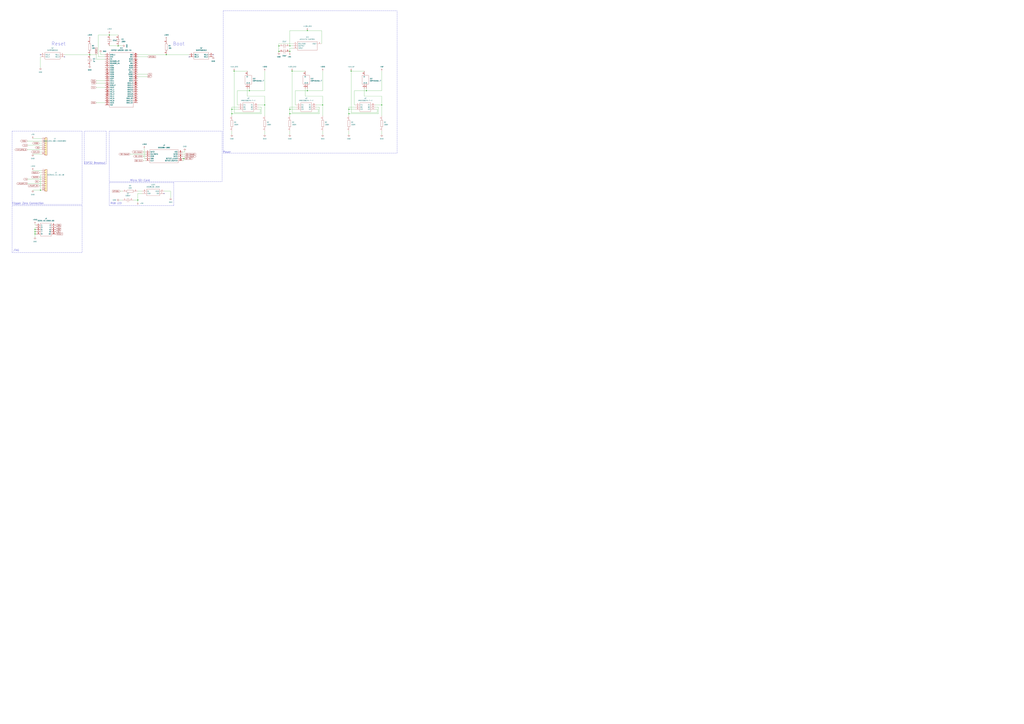
<source format=kicad_sch>
(kicad_sch (version 20211123) (generator eeschema)
  (paper "A0")
  (title_block (title "ESP") (date "2022-10-19") (rev "V0.1.0") (company "JustCallMeKoko & trisp3ar"))
  (lib_symbols
    (symbol "+3V3_1" (power) (pin_names (offset 0))
      (property "Value" "+LDO_3V3" (at 0 5.08 0))
      (symbol "+3V3_1_1_1"
        (pin power_in line (at 0 0 90) (length 0) hide (name "+LDO_3V3") (number "1"))
      )
    )
    (symbol "+3V3_2" (power) (pin_names (offset 0))
      (property "Value" "+3V3_2" (at 0 5.08 0))
      (symbol "+3V3_2_1_1"
        (pin power_in line (at 0 0 90) (length 0) hide (name "+LDO_3V3") (number "1"))
      )
    )
    (symbol "+5V_1" (power) (pin_names (offset 0))
      (property "Value" "+ext_5V" (at 0 5.08 0))
      (symbol "+5V_1_1_1"
        (pin power_in line (at 0 0 90) (length 0) hide (name "+ext_5V") (number "1"))
      )
    )
    (symbol "Connector_Generic:Conn_01x08" (pin_names (offset 1.016) hide)
      (property "Reference" "J" (at 0 10.16 0))
      (property "Value" "Conn_01x08" (at 0 -12.7 0))
      (symbol "Conn_01x08_1_1"
        (pin passive line (at -5.08 7.62 0) (length 3.81) (name "Pin_1") (number "1"))
        (pin passive line (at -5.08 5.08 0) (length 3.81) (name "Pin_2") (number "2"))
        (pin passive line (at -5.08 2.54 0) (length 3.81) (name "Pin_3") (number "3"))
        (pin passive line (at -5.08 0 0) (length 3.81) (name "Pin_4") (number "4"))
        (pin passive line (at -5.08 -2.54 0) (length 3.81) (name "Pin_5") (number "5"))
        (pin passive line (at -5.08 -5.08 0) (length 3.81) (name "Pin_6") (number "6"))
        (pin passive line (at -5.08 -7.62 0) (length 3.81) (name "Pin_7") (number "7"))
        (pin passive line (at -5.08 -10.16 0) (length 3.81) (name "Pin_8") (number "8"))
      )
    )
    (symbol "Connector_Generic:Conn_01x10" (pin_names (offset 1.016) hide)
      (property "Reference" "J" (at 0 12.7 0))
      (property "Value" "Conn_01x10" (at 0 -15.24 0))
      (symbol "Conn_01x10_1_1"
        (pin passive line (at -5.08 10.16 0) (length 3.81) (name "Pin_1") (number "1"))
        (pin passive line (at -5.08 -12.7 0) (length 3.81) (name "Pin_10") (number "10"))
        (pin passive line (at -5.08 7.62 0) (length 3.81) (name "Pin_2") (number "2"))
        (pin passive line (at -5.08 5.08 0) (length 3.81) (name "Pin_3") (number "3"))
        (pin passive line (at -5.08 2.54 0) (length 3.81) (name "Pin_4") (number "4"))
        (pin passive line (at -5.08 0 0) (length 3.81) (name "Pin_5") (number "5"))
        (pin passive line (at -5.08 -2.54 0) (length 3.81) (name "Pin_6") (number "6"))
        (pin passive line (at -5.08 -5.08 0) (length 3.81) (name "Pin_7") (number "7"))
        (pin passive line (at -5.08 -7.62 0) (length 3.81) (name "Pin_8") (number "8"))
        (pin passive line (at -5.08 -10.16 0) (length 3.81) (name "Pin_9") (number "9"))
      )
    )
    (symbol "SamacSys_Parts:3220-10-0300-00" (pin_names (offset 0.762))
      (property "Reference" "J" (at 19.05 7.62 0))
      (property "Value" "3220-10-0300-00" (at 19.05 5.08 0))
      (symbol "3220-10-0300-00_0_0"
        (pin passive line (at 0 0 0) (length 5.08) (name "1") (number "1"))
        (pin passive line (at 22.86 -10.16 180) (length 5.08) (name "10") (number "10"))
        (pin passive line (at 22.86 0 180) (length 5.08) (name "2") (number "2"))
        (pin passive line (at 0 -2.54 0) (length 5.08) (name "3") (number "3"))
        (pin passive line (at 22.86 -2.54 180) (length 5.08) (name "4") (number "4"))
        (pin passive line (at 0 -5.08 0) (length 5.08) (name "5") (number "5"))
        (pin passive line (at 22.86 -5.08 180) (length 5.08) (name "6") (number "6"))
        (pin passive line (at 0 -7.62 0) (length 5.08) (name "7") (number "7"))
        (pin passive line (at 22.86 -7.62 180) (length 5.08) (name "8") (number "8"))
        (pin passive line (at 0 -10.16 0) (length 5.08) (name "9") (number "9"))
      )
    )
    (symbol "SamacSys_Parts:503398-1892" (pin_names (offset 0.762))
      (property "Reference" "J" (at 39.37 7.62 0))
      (property "Value" "503398-1892" (at 39.37 5.08 0))
      (symbol "503398-1892_0_0"
        (pin passive line (at 0 0 0) (length 5.08) (name "DAT2") (number "1"))
        (pin passive line (at 43.18 -10.16 180) (length 5.08) (name "DETECT_SWITCH") (number "10"))
        (pin passive line (at 0 -2.54 0) (length 5.08) (name "CD/DAT3") (number "2"))
        (pin passive line (at 0 -5.08 0) (length 5.08) (name "CMD") (number "3"))
        (pin passive line (at 0 -7.62 0) (length 5.08) (name "VDD") (number "4"))
        (pin passive line (at 0 -10.16 0) (length 5.08) (name "CLK") (number "5"))
        (pin passive line (at 43.18 0 180) (length 5.08) (name "VSS") (number "6"))
        (pin passive line (at 43.18 -2.54 180) (length 5.08) (name "DAT0") (number "7"))
        (pin passive line (at 43.18 -5.08 180) (length 5.08) (name "DAT1") (number "8"))
        (pin passive line (at 43.18 -7.62 180) (length 5.08) (name "DETECT_LEVER") (number "9"))
      )
    )
    (symbol "SamacSys_Parts:AZ1117H-3.3TRE1" (pin_names (offset 0.762))
      (property "Reference" "IC" (at 29.21 7.62 0))
      (property "Value" "AZ1117H-3.3TRE1" (at 29.21 5.08 0))
      (symbol "AZ1117H-3.3TRE1_0_0"
        (pin passive line (at 0 0 0) (length 5.08) (name "ADJ/GND") (number "1"))
        (pin passive line (at 0 -2.54 0) (length 5.08) (name "OUTPUT") (number "2"))
        (pin passive line (at 0 -5.08 0) (length 5.08) (name "INPUT") (number "3"))
        (pin passive line (at 33.02 0 180) (length 5.08) (name "VOUT") (number "4"))
      )
    )
    (symbol "SamacSys_Parts:CC0402KRX7R7BB104" (pin_names (offset 0.762))
      (property "Reference" "C" (at 8.89 6.35 0))
      (property "Value" "CC0402KRX7R7BB104" (at 8.89 3.81 0))
      (symbol "CC0402KRX7R7BB104_0_0"
        (pin passive line (at 0 0 0) (length 5.08) (name "~") (number "1"))
        (pin passive line (at 12.7 0 180) (length 5.08) (name "~") (number "2"))
      )
    )
    (symbol "SamacSys_Parts:CL05A105KA5NQNC" (pin_names (offset 0.762))
      (property "Reference" "C" (at 8.89 6.35 0))
      (property "Value" "CL05A105KA5NQNC" (at 8.89 3.81 0))
      (symbol "CL05A105KA5NQNC_0_0"
        (pin passive line (at 0 0 0) (length 5.08) (name "~") (number "1"))
        (pin passive line (at 12.7 0 180) (length 5.08) (name "~") (number "2"))
      )
    )
    (symbol "SamacSys_Parts:CL05A106MQ5NUNC" (pin_names (offset 0.762))
      (property "Reference" "C" (at 8.89 6.35 0))
      (property "Value" "CL05A106MQ5NUNC" (at 8.89 3.81 0))
      (symbol "CL05A106MQ5NUNC_0_0"
        (pin passive line (at 0 0 0) (length 5.08) (name "~") (number "1"))
        (pin passive line (at 12.7 0 180) (length 5.08) (name "~") (number "2"))
      )
    )
    (symbol "SamacSys_Parts:CL05B104KO5NNNC" (pin_names (offset 0.762))
      (property "Reference" "C" (at 8.89 6.35 0))
      (property "Value" "CL05B104KO5NNNC" (at 8.89 3.81 0))
      (symbol "CL05B104KO5NNNC_0_0"
        (pin passive line (at 0 0 0) (length 5.08) (name "~") (number "1"))
        (pin passive line (at 12.7 0 180) (length 5.08) (name "~") (number "2"))
      )
    )
    (symbol "SamacSys_Parts:CM05X5R226M06AH080" (pin_names (offset 0.762))
      (property "Reference" "C" (at 8.89 6.35 0))
      (property "Value" "CM05X5R226M06AH080" (at 8.89 3.81 0))
      (symbol "CM05X5R226M06AH080_0_0"
        (pin passive line (at 0 0 0) (length 5.08) (name "~") (number "1"))
        (pin passive line (at 12.7 0 180) (length 5.08) (name "~") (number "2"))
      )
    )
    (symbol "SamacSys_Parts:DMP1045U-7" (pin_names (offset 0.762))
      (property "Reference" "IC" (at 16.51 7.62 0))
      (property "Value" "DMP1045U-7" (at 16.51 5.08 0))
      (symbol "DMP1045U-7_0_0"
        (pin passive line (at 0 0 0) (length 5.08) (name "G") (number "1"))
        (pin passive line (at 0 -2.54 0) (length 5.08) (name "S") (number "2"))
        (pin passive line (at 20.32 0 180) (length 5.08) (name "D") (number "3"))
      )
    )
    (symbol "SamacSys_Parts:ESP32-WROOM-32E-N4" (pin_names (offset 0.762))
      (property "Reference" "IC" (at 34.29 7.62 0))
      (property "Value" "ESP32-WROOM-32E-N4" (at 34.29 5.08 0))
      (symbol "ESP32-WROOM-32E-N4_0_0"
        (pin passive line (at 0 0 0) (length 5.08) (name "GND_1") (number "1"))
        (pin passive line (at 0 -22.86 0) (length 5.08) (name "IO25") (number "10"))
        (pin passive line (at 0 -25.4 0) (length 5.08) (name "IO26") (number "11"))
        (pin passive line (at 0 -27.94 0) (length 5.08) (name "IO27") (number "12"))
        (pin passive line (at 0 -30.48 0) (length 5.08) (name "IO14") (number "13"))
        (pin passive line (at 0 -33.02 0) (length 5.08) (name "IO12") (number "14"))
        (pin passive line (at 0 -35.56 0) (length 5.08) (name "GND_2") (number "15"))
        (pin passive line (at 0 -38.1 0) (length 5.08) (name "IO13") (number "16"))
        (pin passive line (at 0 -40.64 0) (length 5.08) (name "NC_1") (number "17"))
        (pin passive line (at 0 -43.18 0) (length 5.08) (name "NC_2") (number "18"))
        (pin passive line (at 0 -45.72 0) (length 5.08) (name "NC_3") (number "19"))
        (pin passive line (at 0 -2.54 0) (length 5.08) (name "3V3") (number "2"))
        (pin passive line (at 0 -48.26 0) (length 5.08) (name "NC_4") (number "20"))
        (pin passive line (at 0 -50.8 0) (length 5.08) (name "NC_5") (number "21"))
        (pin passive line (at 0 -53.34 0) (length 5.08) (name "NC_6") (number "22"))
        (pin passive line (at 0 -55.88 0) (length 5.08) (name "IO15") (number "23"))
        (pin passive line (at 0 -58.42 0) (length 5.08) (name "IO2") (number "24"))
        (pin passive line (at 38.1 0 180) (length 5.08) (name "IO0") (number "25"))
        (pin passive line (at 38.1 -2.54 180) (length 5.08) (name "IO4") (number "26"))
        (pin passive line (at 38.1 -5.08 180) (length 5.08) (name "IO16") (number "27"))
        (pin passive line (at 38.1 -7.62 180) (length 5.08) (name "IO17") (number "28"))
        (pin passive line (at 38.1 -10.16 180) (length 5.08) (name "IO5") (number "29"))
        (pin passive line (at 0 -5.08 0) (length 5.08) (name "EN") (number "3"))
        (pin passive line (at 38.1 -12.7 180) (length 5.08) (name "IO18") (number "30"))
        (pin passive line (at 38.1 -15.24 180) (length 5.08) (name "IO19") (number "31"))
        (pin passive line (at 38.1 -17.78 180) (length 5.08) (name "NC_7") (number "32"))
        (pin passive line (at 38.1 -20.32 180) (length 5.08) (name "IO21") (number "33"))
        (pin passive line (at 38.1 -22.86 180) (length 5.08) (name "RXD0") (number "34"))
        (pin passive line (at 38.1 -25.4 180) (length 5.08) (name "TXD0") (number "35"))
        (pin passive line (at 38.1 -27.94 180) (length 5.08) (name "IO22") (number "36"))
        (pin passive line (at 38.1 -30.48 180) (length 5.08) (name "IO23") (number "37"))
        (pin passive line (at 38.1 -33.02 180) (length 5.08) (name "GND_3") (number "38"))
        (pin passive line (at 38.1 -35.56 180) (length 5.08) (name "GND_4") (number "39"))
        (pin passive line (at 0 -7.62 0) (length 5.08) (name "SENSOR_VP") (number "4"))
        (pin passive line (at 38.1 -38.1 180) (length 5.08) (name "GND_5") (number "40"))
        (pin passive line (at 38.1 -40.64 180) (length 5.08) (name "GND_6") (number "41"))
        (pin passive line (at 38.1 -43.18 180) (length 5.08) (name "GND_7") (number "42"))
        (pin passive line (at 38.1 -45.72 180) (length 5.08) (name "GND_8") (number "43"))
        (pin passive line (at 38.1 -48.26 180) (length 5.08) (name "GND_9") (number "44"))
        (pin passive line (at 38.1 -50.8 180) (length 5.08) (name "GND_10") (number "45"))
        (pin passive line (at 38.1 -53.34 180) (length 5.08) (name "GND_11") (number "46"))
        (pin passive line (at 38.1 -55.88 180) (length 5.08) (name "GND_12") (number "47"))
        (pin passive line (at 0 -10.16 0) (length 5.08) (name "SENSOR_VN") (number "5"))
        (pin passive line (at 0 -12.7 0) (length 5.08) (name "IO34") (number "6"))
        (pin passive line (at 0 -15.24 0) (length 5.08) (name "IO35") (number "7"))
        (pin passive line (at 0 -17.78 0) (length 5.08) (name "IO32") (number "8"))
        (pin passive line (at 0 -20.32 0) (length 5.08) (name "IO33") (number "9"))
      )
    )
    (symbol "SamacSys_Parts:MMDT2907A-7-F" (pin_names (offset 0.762))
      (property "Reference" "U" (at 19.05 7.62 0))
      (property "Value" "MMDT2907A-7-F" (at 19.05 5.08 0))
      (symbol "MMDT2907A-7-F_0_0"
        (pin passive line (at 0 0 0) (length 5.08) (name "E1") (number "1"))
        (pin passive line (at 0 -2.54 0) (length 5.08) (name "B1") (number "2"))
        (pin passive line (at 0 -5.08 0) (length 5.08) (name "C2") (number "3"))
        (pin passive line (at 22.86 -5.08 180) (length 5.08) (name "E2") (number "4"))
        (pin passive line (at 22.86 -2.54 180) (length 5.08) (name "B2") (number "5"))
        (pin passive line (at 22.86 0 180) (length 5.08) (name "C1") (number "6"))
      )
    )
    (symbol "SamacSys_Parts:RC0402FR-07100KL" (pin_names (offset 0.762))
      (property "Reference" "R" (at 13.97 6.35 0))
      (property "Value" "RC0402FR-07100KL" (at 13.97 3.81 0))
      (symbol "RC0402FR-07100KL_0_0"
        (pin passive line (at 0 0 0) (length 5.08) (name "~") (number "1"))
        (pin passive line (at 17.78 0 180) (length 5.08) (name "~") (number "2"))
      )
    )
    (symbol "SamacSys_Parts:RC0402FR-0710KL" (pin_names (offset 0.762))
      (property "Reference" "R" (at 13.97 6.35 0))
      (property "Value" "RC0402FR-0710KL" (at 13.97 3.81 0))
      (symbol "RC0402FR-0710KL_0_0"
        (pin passive line (at 0 0 0) (length 5.08) (name "~") (number "1"))
        (pin passive line (at 17.78 0 180) (length 5.08) (name "~") (number "2"))
      )
    )
    (symbol "SamacSys_Parts:RC0402FR-07220RL" (pin_names (offset 0.762))
      (property "Reference" "R" (at 13.97 6.35 0))
      (property "Value" "RC0402FR-07220RL" (at 13.97 3.81 0))
      (symbol "RC0402FR-07220RL_0_0"
        (pin passive line (at 0 0 0) (length 5.08) (name "~") (number "1"))
        (pin passive line (at 17.78 0 180) (length 5.08) (name "~") (number "2"))
      )
    )
    (symbol "SamacSys_Parts:SKRPABE010" (pin_names (offset 0.762))
      (property "Reference" "S" (at 24.13 7.62 0))
      (property "Value" "SKRPABE010" (at 24.13 5.08 0))
      (symbol "SKRPABE010_0_0"
        (pin passive line (at 0 0 0) (length 5.08) (name "NO_1") (number "1"))
        (pin passive line (at 27.94 0 180) (length 5.08) (name "NO_2") (number "2"))
        (pin passive line (at 0 -2.54 0) (length 5.08) (name "NO_3") (number "3"))
        (pin passive line (at 27.94 -2.54 180) (length 5.08) (name "NO_4") (number "4"))
      )
    )
    (symbol "SamacSys_Parts:WS2812B-2020" (pin_names (offset 0.762))
      (property "Reference" "LED" (at 21.59 7.62 0))
      (property "Value" "WS2812B-2020" (at 21.59 5.08 0))
      (symbol "WS2812B-2020_0_0"
        (pin passive line (at 25.4 -2.54 180) (length 5.08) (name "DO") (number "1"))
        (pin passive line (at 25.4 0 180) (length 5.08) (name "GND") (number "2"))
        (pin passive line (at 0 0 0) (length 5.08) (name "DI") (number "3"))
        (pin passive line (at 0 -2.54 0) (length 5.08) (name "VDD") (number "4"))
      )
    )
    (symbol "power:+3V3" (power) (pin_names (offset 0))
      (property "Value" "+3V3" (at 0 3.556 0))
      (symbol "+3V3_1_1"
        (pin power_in line (at 0 0 90) (length 0) hide (name "+3V3") (number "1"))
      )
    )
    (symbol "power:+5V" (power) (pin_names (offset 0))
      (property "Value" "+5V" (at 0 3.556 0))
      (symbol "+5V_1_1"
        (pin power_in line (at 0 0 90) (length 0) hide (name "+5V") (number "1"))
      )
    )
    (symbol "power:+ext_3V3" (power) (pin_names (offset 0))
      (property "Value" "+ext_3V3" (at 0 5.08 0))
      (symbol "+ext_3V3_1_1"
        (pin power_in line (at 0 0 90) (length 0) hide (name "+ext_3V3") (number "1"))
      )
    )
    (symbol "power:GND" (power) (pin_names (offset 0))
      (property "Value" "GND" (at 0 -3.81 0))
      (symbol "GND_1_1"
        (pin power_in line (at 0 0 270) (length 0) hide (name "GND") (number "1"))
      )
    )
  )
  (junction (at 307.34 121.92))
  (junction (at 405.13 127))
  (junction (at 127 40.64))
  (junction (at 405.13 132.08))
  (junction (at 443.23 121.92))
  (junction (at 336.55 59.69))
  (junction (at 269.24 127))
  (junction (at 40.64 269.24))
  (junction (at 289.56 105.41))
  (junction (at 104.14 63.5))
  (junction (at 374.65 121.92))
  (junction (at 213.36 184.15))
  (junction (at 425.45 105.41))
  (junction (at 269.24 132.08))
  (junction (at 339.09 82.55))
  (junction (at 271.78 82.55))
  (junction (at 336.55 132.08))
  (junction (at 407.67 82.55))
  (junction (at 356.87 35.56))
  (junction (at 193.04 63.5))
  (junction (at 356.87 105.41))
  (junction (at 40.64 271.78))
  (junction (at 323.85 59.69))
  (junction (at 40.64 266.7))
  (junction (at 137.16 53.34))
  (junction (at 336.55 53.34))
  (junction (at 336.55 127))
  (junction (at 323.85 53.34))
  (junction (at 46.99 220.98))
  (junction (at 160.02 232.41))
  (no_connect (at 190.5 224.79))
  (no_connect (at 219.71 66.04))
  (no_connect (at 247.65 63.5))
  (no_connect (at 46.99 63.5))
  (no_connect (at 74.93 66.04))
  (wire (pts (xy 405.13 127) (xy 412.75 127)))
  (wire (pts (xy 41.91 264.16) (xy 40.64 264.16)))
  (wire (pts (xy 160.02 232.41) (xy 160.02 234.95)))
  (polyline (pts (xy 95.25 238.76) (xy 95.25 293.37)))
  (wire (pts (xy 31.75 173.99) (xy 48.26 173.99)))
  (wire (pts (xy 307.34 105.41) (xy 289.56 105.41)))
  (wire (pts (xy 307.34 111.76) (xy 307.34 121.92)))
  (wire (pts (xy 121.92 66.04) (xy 114.3 66.04)))
  (wire (pts (xy 40.64 266.7) (xy 40.64 269.24)))
  (wire (pts (xy 443.23 105.41) (xy 425.45 105.41)))
  (wire (pts (xy 336.55 59.69) (xy 336.55 60.96)))
  (wire (pts (xy 289.56 105.41) (xy 289.56 102.87)))
  (polyline (pts (xy 13.97 293.37) (xy 13.97 238.76)))
  (wire (pts (xy 307.34 152.4) (xy 307.34 156.21)))
  (wire (pts (xy 127 53.34) (xy 137.16 53.34)))
  (wire (pts (xy 212.09 179.07) (xy 214.63 179.07)))
  (wire (pts (xy 271.78 82.55) (xy 287.02 82.55)))
  (wire (pts (xy 411.48 121.92) (xy 411.48 105.41)))
  (wire (pts (xy 287.02 111.76) (xy 307.34 111.76)))
  (wire (pts (xy 407.67 130.81) (xy 407.67 82.55)))
  (wire (pts (xy 45.72 176.53) (xy 48.26 176.53)))
  (wire (pts (xy 367.03 124.46) (xy 370.84 124.46)))
  (wire (pts (xy 139.7 222.25) (xy 142.24 222.25)))
  (wire (pts (xy 344.17 124.46) (xy 336.55 124.46)))
  (wire (pts (xy 307.34 82.55) (xy 307.34 105.41)))
  (wire (pts (xy 299.72 124.46) (xy 303.53 124.46)))
  (wire (pts (xy 323.85 59.69) (xy 323.85 60.96)))
  (wire (pts (xy 342.9 121.92) (xy 342.9 105.41)))
  (wire (pts (xy 336.55 53.34) (xy 336.55 35.56)))
  (wire (pts (xy 339.09 130.81) (xy 339.09 82.55)))
  (wire (pts (xy 422.91 111.76) (xy 443.23 111.76)))
  (polyline (pts (xy 257.81 152.4) (xy 257.81 210.82)))
  (wire (pts (xy 336.55 132.08) (xy 336.55 134.62)))
  (wire (pts (xy 166.37 181.61) (xy 168.91 181.61)))
  (polyline (pts (xy 13.97 152.4) (xy 13.97 237.49)))
  (wire (pts (xy 74.93 63.5) (xy 104.14 63.5)))
  (wire (pts (xy 302.26 127) (xy 302.26 130.81)))
  (wire (pts (xy 45.72 210.82) (xy 48.26 210.82)))
  (wire (pts (xy 407.67 82.55) (xy 422.91 82.55)))
  (wire (pts (xy 354.33 111.76) (xy 374.65 111.76)))
  (wire (pts (xy 160.02 66.04) (xy 171.45 66.04)))
  (wire (pts (xy 154.94 232.41) (xy 160.02 232.41)))
  (wire (pts (xy 269.24 127) (xy 269.24 132.08)))
  (wire (pts (xy 374.65 111.76) (xy 374.65 121.92)))
  (wire (pts (xy 269.24 132.08) (xy 269.24 134.62)))
  (wire (pts (xy 287.02 102.87) (xy 287.02 111.76)))
  (wire (pts (xy 369.57 130.81) (xy 339.09 130.81)))
  (wire (pts (xy 374.65 82.55) (xy 374.65 105.41)))
  (wire (pts (xy 111.76 63.5) (xy 104.14 63.5)))
  (polyline (pts (xy 127 212.09) (xy 201.93 212.09)))
  (wire (pts (xy 41.91 261.62) (xy 40.64 261.62)))
  (wire (pts (xy 121.92 68.58) (xy 111.76 68.58)))
  (wire (pts (xy 276.86 124.46) (xy 269.24 124.46)))
  (wire (pts (xy 160.02 88.9) (xy 171.45 88.9)))
  (wire (pts (xy 40.64 269.24) (xy 40.64 271.78)))
  (wire (pts (xy 336.55 127) (xy 344.17 127)))
  (wire (pts (xy 336.55 152.4) (xy 336.55 156.21)))
  (wire (pts (xy 339.09 82.55) (xy 354.33 82.55)))
  (wire (pts (xy 45.72 215.9) (xy 48.26 215.9)))
  (wire (pts (xy 373.38 50.8) (xy 373.38 35.56)))
  (wire (pts (xy 45.72 200.66) (xy 48.26 200.66)))
  (wire (pts (xy 160.02 224.79) (xy 160.02 232.41)))
  (wire (pts (xy 336.55 35.56) (xy 356.87 35.56)))
  (wire (pts (xy 303.53 132.08) (xy 269.24 132.08)))
  (wire (pts (xy 151.13 179.07) (xy 168.91 179.07)))
  (wire (pts (xy 38.1 179.07) (xy 48.26 179.07)))
  (wire (pts (xy 114.3 66.04) (xy 114.3 40.64)))
  (wire (pts (xy 412.75 121.92) (xy 411.48 121.92)))
  (polyline (pts (xy 127 210.82) (xy 127 152.4)))
  (polyline (pts (xy 127 152.4) (xy 257.81 152.4)))
  (wire (pts (xy 438.15 127) (xy 438.15 130.81)))
  (wire (pts (xy 370.84 124.46) (xy 370.84 132.08)))
  (wire (pts (xy 374.65 121.92) (xy 367.03 121.92)))
  (wire (pts (xy 165.1 224.79) (xy 160.02 224.79)))
  (wire (pts (xy 114.3 40.64) (xy 127 40.64)))
  (wire (pts (xy 111.76 101.6) (xy 121.92 101.6)))
  (wire (pts (xy 425.45 105.41) (xy 425.45 102.87)))
  (polyline (pts (xy 127 210.82) (xy 257.81 210.82)))
  (wire (pts (xy 303.53 124.46) (xy 303.53 132.08)))
  (wire (pts (xy 212.09 186.69) (xy 213.36 186.69)))
  (wire (pts (xy 212.09 181.61) (xy 214.63 181.61)))
  (wire (pts (xy 354.33 102.87) (xy 354.33 111.76)))
  (wire (pts (xy 111.76 119.38) (xy 121.92 119.38)))
  (wire (pts (xy 190.5 222.25) (xy 198.12 222.25)))
  (wire (pts (xy 342.9 105.41) (xy 356.87 105.41)))
  (wire (pts (xy 45.72 205.74) (xy 48.26 205.74)))
  (polyline (pts (xy 127 212.09) (xy 127 238.76)))
  (wire (pts (xy 443.23 121.92) (xy 435.61 121.92)))
  (wire (pts (xy 275.59 105.41) (xy 289.56 105.41)))
  (wire (pts (xy 46.99 220.98) (xy 48.26 220.98)))
  (wire (pts (xy 111.76 96.52) (xy 121.92 96.52)))
  (wire (pts (xy 367.03 127) (xy 369.57 127)))
  (wire (pts (xy 340.36 53.34) (xy 336.55 53.34)))
  (wire (pts (xy 138.43 232.41) (xy 142.24 232.41)))
  (wire (pts (xy 111.76 93.98) (xy 121.92 93.98)))
  (wire (pts (xy 411.48 105.41) (xy 425.45 105.41)))
  (wire (pts (xy 307.34 134.62) (xy 307.34 121.92)))
  (wire (pts (xy 213.36 184.15) (xy 214.63 184.15)))
  (wire (pts (xy 214.63 176.53) (xy 214.63 175.26)))
  (wire (pts (xy 116.84 60.96) (xy 116.84 63.5)))
  (wire (pts (xy 373.38 35.56) (xy 356.87 35.56)))
  (wire (pts (xy 438.15 130.81) (xy 407.67 130.81)))
  (wire (pts (xy 166.37 186.69) (xy 168.91 186.69)))
  (wire (pts (xy 405.13 127) (xy 405.13 132.08)))
  (wire (pts (xy 374.65 105.41) (xy 356.87 105.41)))
  (wire (pts (xy 443.23 134.62) (xy 443.23 121.92)))
  (polyline (pts (xy 97.79 152.4) (xy 97.79 190.5)))
  (wire (pts (xy 439.42 132.08) (xy 405.13 132.08)))
  (wire (pts (xy 127 39.37) (xy 127 40.64)))
  (wire (pts (xy 167.64 184.15) (xy 168.91 184.15)))
  (polyline (pts (xy 127 238.76) (xy 201.93 238.76)))
  (wire (pts (xy 48.26 203.2) (xy 46.99 203.2)))
  (wire (pts (xy 38.1 198.12) (xy 48.26 198.12)))
  (wire (pts (xy 405.13 152.4) (xy 405.13 156.21)))
  (wire (pts (xy 40.64 264.16) (xy 40.64 266.7)))
  (wire (pts (xy 40.64 261.62) (xy 40.64 260.35)))
  (wire (pts (xy 38.1 161.29) (xy 48.26 161.29)))
  (wire (pts (xy 405.13 124.46) (xy 405.13 127)))
  (wire (pts (xy 443.23 152.4) (xy 443.23 156.21)))
  (wire (pts (xy 160.02 63.5) (xy 193.04 63.5)))
  (wire (pts (xy 31.75 163.83) (xy 48.26 163.83)))
  (wire (pts (xy 31.75 168.91) (xy 48.26 168.91)))
  (wire (pts (xy 269.24 152.4) (xy 269.24 156.21)))
  (wire (pts (xy 167.64 172.72) (xy 167.64 184.15)))
  (wire (pts (xy 412.75 124.46) (xy 405.13 124.46)))
  (wire (pts (xy 269.24 127) (xy 276.86 127)))
  (wire (pts (xy 435.61 124.46) (xy 439.42 124.46)))
  (wire (pts (xy 374.65 152.4) (xy 374.65 156.21)))
  (wire (pts (xy 336.55 127) (xy 336.55 132.08)))
  (wire (pts (xy 38.1 220.98) (xy 46.99 220.98)))
  (wire (pts (xy 121.92 63.5) (xy 116.84 63.5)))
  (wire (pts (xy 160.02 86.36) (xy 171.45 86.36)))
  (polyline (pts (xy 13.97 152.4) (xy 95.25 152.4)))
  (wire (pts (xy 422.91 102.87) (xy 422.91 111.76)))
  (polyline (pts (xy 13.97 238.76) (xy 95.25 238.76)))
  (wire (pts (xy 40.64 269.24) (xy 41.91 269.24)))
  (wire (pts (xy 46.99 66.04) (xy 46.99 78.74)))
  (wire (pts (xy 137.16 53.34) (xy 142.24 53.34)))
  (wire (pts (xy 45.72 171.45) (xy 48.26 171.45)))
  (wire (pts (xy 443.23 82.55) (xy 443.23 105.41)))
  (wire (pts (xy 302.26 130.81) (xy 271.78 130.81)))
  (polyline (pts (xy 123.19 152.4) (xy 97.79 152.4)))
  (wire (pts (xy 31.75 213.36) (xy 48.26 213.36)))
  (wire (pts (xy 40.64 271.78) (xy 41.91 271.78)))
  (wire (pts (xy 405.13 132.08) (xy 405.13 134.62)))
  (wire (pts (xy 198.12 222.25) (xy 198.12 229.87)))
  (polyline (pts (xy 259.08 177.8) (xy 461.01 177.8)))
  (polyline (pts (xy 95.25 152.4) (xy 95.25 237.49)))
  (wire (pts (xy 275.59 121.92) (xy 275.59 105.41)))
  (wire (pts (xy 212.09 184.15) (xy 213.36 184.15)))
  (wire (pts (xy 340.36 50.8) (xy 323.85 50.8)))
  (wire (pts (xy 40.64 266.7) (xy 41.91 266.7)))
  (wire (pts (xy 111.76 68.58) (xy 111.76 63.5)))
  (wire (pts (xy 31.75 208.28) (xy 48.26 208.28)))
  (wire (pts (xy 212.09 176.53) (xy 214.63 176.53)))
  (polyline (pts (xy 13.97 237.49) (xy 95.25 237.49)))
  (polyline (pts (xy 123.19 190.5) (xy 123.19 152.4)))
  (wire (pts (xy 160.02 222.25) (xy 165.1 222.25)))
  (polyline (pts (xy 95.25 293.37) (xy 13.97 293.37)))
  (polyline (pts (xy 201.93 238.76) (xy 201.93 212.09)))
  (wire (pts (xy 323.85 50.8) (xy 323.85 53.34)))
  (polyline (pts (xy 259.08 12.7) (xy 461.01 12.7)))
  (wire (pts (xy 439.42 124.46) (xy 439.42 132.08)))
  (wire (pts (xy 369.57 127) (xy 369.57 130.81)))
  (wire (pts (xy 374.65 134.62) (xy 374.65 121.92)))
  (wire (pts (xy 435.61 127) (xy 438.15 127)))
  (wire (pts (xy 276.86 121.92) (xy 275.59 121.92)))
  (wire (pts (xy 271.78 130.81) (xy 271.78 82.55)))
  (wire (pts (xy 356.87 105.41) (xy 356.87 102.87)))
  (wire (pts (xy 344.17 121.92) (xy 342.9 121.92)))
  (wire (pts (xy 127 40.64) (xy 137.16 40.64)))
  (wire (pts (xy 370.84 132.08) (xy 336.55 132.08)))
  (wire (pts (xy 336.55 55.88) (xy 336.55 59.69)))
  (polyline (pts (xy 259.08 12.7) (xy 259.08 177.8)))
  (wire (pts (xy 213.36 184.15) (xy 213.36 186.69)))
  (wire (pts (xy 193.04 63.5) (xy 219.71 63.5)))
  (wire (pts (xy 323.85 53.34) (xy 323.85 59.69)))
  (polyline (pts (xy 461.01 177.8) (xy 461.01 12.7)))
  (wire (pts (xy 443.23 111.76) (xy 443.23 121.92)))
  (wire (pts (xy 340.36 55.88) (xy 336.55 55.88)))
  (wire (pts (xy 336.55 124.46) (xy 336.55 127)))
  (wire (pts (xy 45.72 166.37) (xy 48.26 166.37)))
  (wire (pts (xy 299.72 127) (xy 302.26 127)))
  (wire (pts (xy 46.99 203.2) (xy 46.99 220.98)))
  (wire (pts (xy 269.24 124.46) (xy 269.24 127)))
  (wire (pts (xy 166.37 176.53) (xy 168.91 176.53)))
  (wire (pts (xy 40.64 271.78) (xy 40.64 275.59)))
  (polyline (pts (xy 97.79 190.5) (xy 123.19 190.5)))
  (wire (pts (xy 307.34 121.92) (xy 299.72 121.92)))
  (text "Boot" (at 200.66 53.34 0) (effects (font (size 4 4)) (justify left bottom)))
  (text "Micro SD-Card" (at 173.99 210.82 180) (effects (font (size 2 2)) (justify right bottom)))
  (text "Reset" (at 59.69 53.34 0) (effects (font (size 4 4)) (justify left bottom)))
  (text "Power" (at 259.08 177.8 0) (effects (font (size 2 2)) (justify left bottom)))
  (text "RGB LED\n" (at 128.27 237.49 0) (effects (font (size 2 2)) (justify left bottom)))
  (text "Flipper Zero Connection" (at 13.97 237.49 0) (effects (font (size 2 2)) (justify left bottom)))
  (text "JTAG" (at 15.24 292.1 0) (effects (font (size 2 2)) (justify left bottom)))
  (text "ESP32 Breakout" (at 97.79 190.5 0) (effects (font (size 2 2)) (justify left bottom)))
  (global_label "CLK" (shape output) (at 31.75 168.91 180) (property "Intersheet References" "${INTERSHEET_REFS}" (effects hide)))
  (global_label "SD-Det" (shape output) (at 214.63 184.15 0) (property "Intersheet References" "${INTERSHEET_REFS}" (effects hide)))
  (global_label "TMS" (shape input) (at 111.76 93.98 180) (property "Intersheet References" "${INTERSHEET_REFS}" (effects hide)))
  (global_label "MOSI" (shape bidirectional) (at 31.75 163.83 180) (property "Intersheet References" "${INTERSHEET_REFS}" (effects hide)))
  (global_label "TMS" (shape input) (at 64.77 261.62 0) (property "Intersheet References" "${INTERSHEET_REFS}" (effects hide)))
  (global_label "TCK" (shape input) (at 111.76 101.6 180) (property "Intersheet References" "${INTERSHEET_REFS}" (effects hide)))
  (global_label "LPUART_RX" (shape input) (at 45.72 215.9 180) (property "Intersheet References" "${INTERSHEET_REFS}" (effects hide)))
  (global_label "TCK" (shape input) (at 64.77 264.16 0) (property "Intersheet References" "${INTERSHEET_REFS}" (effects hide)))
  (global_label "ESP_EN" (shape output) (at 45.72 176.53 180) (property "Intersheet References" "${INTERSHEET_REFS}" (effects hide)))
  (global_label "SD-Data2" (shape bidirectional) (at 166.37 176.53 180) (property "Intersheet References" "${INTERSHEET_REFS}" (effects hide)))
  (global_label "MISO" (shape bidirectional) (at 45.72 166.37 180) (property "Intersheet References" "${INTERSHEET_REFS}" (effects hide)))
  (global_label "SD-CMD" (shape bidirectional) (at 166.37 181.61 180) (property "Intersheet References" "${INTERSHEET_REFS}" (effects hide)))
  (global_label "GPIO04" (shape input) (at 171.45 66.04 0) (property "Intersheet References" "${INTERSHEET_REFS}" (effects hide)))
  (global_label "RESET" (shape input) (at 64.77 271.78 0) (property "Intersheet References" "${INTERSHEET_REFS}" (effects hide)))
  (global_label "SD-Data3" (shape bidirectional) (at 151.13 179.07 180) (property "Intersheet References" "${INTERSHEET_REFS}" (effects hide)))
  (global_label "FLP_GPIO_0" (shape bidirectional) (at 31.75 173.99 180) (property "Intersheet References" "${INTERSHEET_REFS}" (effects hide)))
  (global_label "SC" (shape output) (at 45.72 171.45 180) (property "Intersheet References" "${INTERSHEET_REFS}" (effects hide)))
  (global_label "TX" (shape input) (at 171.45 86.36 0) (property "Intersheet References" "${INTERSHEET_REFS}" (effects hide)))
  (global_label "SD-Data1" (shape bidirectional) (at 214.63 181.61 0) (property "Intersheet References" "${INTERSHEET_REFS}" (effects hide)))
  (global_label "SWCLK" (shape input) (at 45.72 200.66 180) (property "Intersheet References" "${INTERSHEET_REFS}" (effects hide)))
  (global_label "RX" (shape output) (at 171.45 88.9 0) (property "Intersheet References" "${INTERSHEET_REFS}" (effects hide)))
  (global_label "TDI" (shape input) (at 111.76 96.52 180) (property "Intersheet References" "${INTERSHEET_REFS}" (effects hide)))
  (global_label "SD-Data0" (shape bidirectional) (at 214.63 179.07 0) (property "Intersheet References" "${INTERSHEET_REFS}" (effects hide)))
  (global_label "GPIO04" (shape input) (at 139.7 222.25 180) (property "Intersheet References" "${INTERSHEET_REFS}" (effects hide)))
  (global_label "SD-CLK" (shape input) (at 166.37 186.69 180) (property "Intersheet References" "${INTERSHEET_REFS}" (effects hide)))
  (global_label "TDI" (shape input) (at 64.77 269.24 0) (property "Intersheet References" "${INTERSHEET_REFS}" (effects hide)))
  (global_label "TX" (shape output) (at 31.75 208.28 180) (property "Intersheet References" "${INTERSHEET_REFS}" (effects hide)))
  (global_label "SWDIO" (shape bidirectional) (at 45.72 205.74 180) (property "Intersheet References" "${INTERSHEET_REFS}" (effects hide)))
  (global_label "RESET" (shape input) (at 111.76 63.5 90) (property "Intersheet References" "${INTERSHEET_REFS}" (effects hide)))
  (global_label "LPUART_TX" (shape output) (at 31.75 213.36 180) (property "Intersheet References" "${INTERSHEET_REFS}" (effects hide)))
  (global_label "TDO" (shape input) (at 111.76 119.38 180) (property "Intersheet References" "${INTERSHEET_REFS}" (effects hide)))
  (global_label "RX" (shape input) (at 45.72 210.82 180) (property "Intersheet References" "${INTERSHEET_REFS}" (effects hide)))
  (global_label "TDO" (shape input) (at 64.77 266.7 0) (property "Intersheet References" "${INTERSHEET_REFS}" (effects hide)))
  (symbol (lib_id "power:+3V3") (at 193.04 45.72 0) (unit 1)
    (property "Reference" "#PWR?" (effects hide))
    (property "Value" "+3V3" (at 193.04 40.64 0))
  )
  (symbol (lib_id "power:GND") (at 307.34 156.21 0) (unit 1)
    (property "Reference" "#PWR?" (effects hide))
    (property "Value" "GND" (at 307.34 161.29 0))
  )
  (symbol (lib_id "power:GND") (at 247.65 66.04 0) (unit 1)
    (property "Reference" "#PWR?" (effects hide))
    (property "Value" "GND" (at 247.65 71.12 0))
  )
  (symbol (lib_name "+5V_1") (lib_id "power:+5V") (at 407.67 82.55 0) (unit 1)
    (property "Reference" "#PWR?" (effects hide))
    (property "Value" "+ext_5V" (at 407.67 77.47 0))
  )
  (symbol (lib_id "power:+3V3") (at 38.1 198.12 0) (unit 1)
    (property "Reference" "#PWR?" (effects hide))
    (property "Value" "+3V3" (at 38.1 193.04 0))
  )
  (symbol (lib_id "SamacSys_Parts:DMP1045U-7") (at 287.02 102.87 90) (unit 1)
    (property "Reference" "IC?" (at 293.37 91.4399 90) (effects (justify right)))
    (property "Value" "DMP1045U-7" (at 293.37 93.9799 90) (effects (justify right)))
    (property "Footprint" "SOT96P240X120-3N" (effects hide))
    (property "Datasheet" "https://datasheet.datasheetarchive.com/originals/distributors/Datasheets-DGA24/1599196.pdf" (effects hide))
    (property "Description" "P-Channel Enhancement MOSFET SOT-23 Diodes Inc DMP1045U-7 P-channel MOSFET Transistor, 5.2 A, -12 V, 3-Pin SOT23" (effects hide))
    (property "Height" "1.2" (effects hide))
    (property "Manufacturer_Name" "Diodes Inc." (effects hide))
    (property "Manufacturer_Part_Number" "DMP1045U-7" (effects hide))
    (property "Mouser Part Number" "621-DMP1045U-7" (effects hide))
    (property "Mouser Price/Stock" "https://www.mouser.co.uk/ProductDetail/Diodes-Incorporated/DMP1045U-7?qs=T%2FOtf55vL7eEKnIWhgMvTQ%3D%3D" (effects hide))
    (property "Arrow Part Number" "DMP1045U-7" (effects hide))
    (property "Arrow Price/Stock" "https://www.arrow.com/en/products/dmp1045u-7/diodes-incorporated?region=nac" (effects hide))
  )
  (symbol (lib_id "SamacSys_Parts:503398-1892") (at 168.91 176.53 0) (unit 1)
    (property "Reference" "J?" (at 190.5 168.91 0))
    (property "Value" "503398-1892" (at 190.5 171.45 0))
    (property "Footprint" "503398-1892" (effects hide))
    (property "Datasheet" "http://www.molex.com/webdocs/datasheets/pdf/en-us//5033981892_MEMORY_CARD_SOCKET.pdf" (effects hide))
    (property "Description" "MicroSD SMT Push-Push 1.28mm height MicroSD SMT Push-Push 1.28mm height" (effects hide))
    (property "Manufacturer_Name" "Molex" (effects hide))
    (property "Manufacturer_Part_Number" "503398-1892" (effects hide))
    (property "Mouser Part Number" "538-503398-1892" (effects hide))
    (property "Mouser Price/Stock" "https://www.mouser.co.uk/ProductDetail/Molex/503398-1892?qs=b0v8CoHHvSMxV%252BW12iKaSg%3D%3D" (effects hide))
  )
  (symbol (lib_id "power:GND") (at 104.14 76.2 0) (unit 1)
    (property "Reference" "#PWR?" (effects hide))
    (property "Value" "GND" (at 104.14 81.28 0))
  )
  (symbol (lib_id "power:GND") (at 443.23 156.21 0) (unit 1)
    (property "Reference" "#PWR?" (effects hide))
    (property "Value" "GND" (at 443.23 161.29 0))
  )
  (symbol (lib_id "SamacSys_Parts:RC0402FR-07100KL") (at 374.65 152.4 90) (unit 1)
    (property "Reference" "R?" (at 377.19 142.2399 90) (effects (justify right)))
    (property "Value" "100K" (at 377.19 144.7799 90) (effects (justify right)))
    (property "Footprint" "RESC1005X40N" (effects hide))
    (property "Datasheet" "https://datasheet.datasheetarchive.com/originals/distributors/Datasheets_SAMA/902f9e387b938f871d31120f5fc1d65e.pdf" (effects hide))
    (property "Description" "GENERAL PURPOSE CHIP RESISTORS" (effects hide))
    (property "Height" "0.4" (effects hide))
    (property "Manufacturer_Name" "KEMET" (effects hide))
    (property "Manufacturer_Part_Number" "RC0402FR-07100KL" (effects hide))
    (property "Mouser Part Number" "603-RC0402FR-07100KL" (effects hide))
    (property "Mouser Price/Stock" "https://www.mouser.co.uk/ProductDetail/YAGEO/RC0402FR-07100KL?qs=mnq%2FyloZIXzTlUn7JAHSWg%3D%3D" (effects hide))
    (property "Arrow Part Number" "RC0402FR-07100KL" (effects hide))
    (property "Arrow Price/Stock" "https://www.arrow.com/en/products/rc0402fr-07100kl/yageo" (effects hide))
  )
  (symbol (lib_id "SamacSys_Parts:CL05A105KA5NQNC") (at 104.14 76.2 90) (unit 1)
    (property "Reference" "C?" (at 107.95 68.5799 90) (effects (justify right)))
    (property "Value" "1u" (at 107.95 71.1199 90) (effects (justify right)))
    (property "Footprint" "CAPC1005X60N" (effects hide))
    (property "Datasheet" "https://www.arrow.com/en/products/cl05a105ka5nqnc/samsung-electro-mechanics" (effects hide))
    (property "Description" "Cap Ceramic 1uF 25V X5R 10% Pad SMD 0402 85C T/R" (effects hide))
    (property "Height" "0.6" (effects hide))
    (property "Manufacturer_Name" "Samsung Electro-Mechanics" (effects hide))
    (property "Manufacturer_Part_Number" "CL05A105KA5NQNC" (effects hide))
    (property "Mouser Part Number" "187-CL05A105KA5NQNC" (effects hide))
    (property "Mouser Price/Stock" "https://www.mouser.co.uk/ProductDetail/Samsung-Electro-Mechanics/CL05A105KA5NQNC?qs=X6jEic%2FHinDIeFgZnm60Lw%3D%3D" (effects hide))
    (property "Arrow Part Number" "CL05A105KA5NQNC" (effects hide))
    (property "Arrow Price/Stock" "https://www.arrow.com/en/products/cl05a105ka5nqnc/samsung-electro-mechanics?region=europe" (effects hide))
  )
  (symbol (lib_id "SamacSys_Parts:RC0402FR-07100KL") (at 307.34 152.4 90) (unit 1)
    (property "Reference" "R?" (at 309.88 142.2399 90) (effects (justify right)))
    (property "Value" "100K" (at 309.88 144.7799 90) (effects (justify right)))
    (property "Footprint" "RESC1005X40N" (effects hide))
    (property "Datasheet" "https://datasheet.datasheetarchive.com/originals/distributors/Datasheets_SAMA/902f9e387b938f871d31120f5fc1d65e.pdf" (effects hide))
    (property "Description" "GENERAL PURPOSE CHIP RESISTORS" (effects hide))
    (property "Height" "0.4" (effects hide))
    (property "Manufacturer_Name" "KEMET" (effects hide))
    (property "Manufacturer_Part_Number" "RC0402FR-07100KL" (effects hide))
    (property "Mouser Part Number" "603-RC0402FR-07100KL" (effects hide))
    (property "Mouser Price/Stock" "https://www.mouser.co.uk/ProductDetail/YAGEO/RC0402FR-07100KL?qs=mnq%2FyloZIXzTlUn7JAHSWg%3D%3D" (effects hide))
    (property "Arrow Part Number" "RC0402FR-07100KL" (effects hide))
    (property "Arrow Price/Stock" "https://www.arrow.com/en/products/rc0402fr-07100kl/yageo" (effects hide))
  )
  (symbol (lib_id "power:+3V3") (at 40.64 260.35 0) (unit 1)
    (property "Reference" "#PWR?" (effects hide))
    (property "Value" "+3V3" (at 40.64 255.27 0))
  )
  (symbol (lib_id "SamacSys_Parts:MMDT2907A-7-F") (at 344.17 121.92 0) (unit 1)
    (property "Reference" "U?" (at 355.6 114.3 0))
    (property "Value" "MMDT2907A-7-F" (at 355.6 116.84 0))
    (property "Footprint" "SOT65P210X110-6N" (effects hide))
    (property "Datasheet" "https://www.digikey.com/product-detail/en/diodes-incorporated/MMDT2907A-7-F/MMDT2907A-FDICT-ND/755507" (effects hide))
    (property "Description" "Diodes Inc MMDT2907A-7-F Dual PNP Bipolar Transistor, -600 mA, -60 V, 6-Pin SOT-363" (effects hide))
    (property "Height" "1.1" (effects hide))
    (property "Manufacturer_Name" "Diodes Inc." (effects hide))
    (property "Manufacturer_Part_Number" "MMDT2907A-7-F" (effects hide))
    (property "Mouser Part Number" "621-MMDT2907A-F" (effects hide))
    (property "Mouser Price/Stock" "https://www.mouser.co.uk/ProductDetail/Diodes-Incorporated/MMDT2907A-7-F?qs=r2lzopzdS3aWhNHiAefFpg%3D%3D" (effects hide))
    (property "Arrow Part Number" "MMDT2907A-7-F" (effects hide))
    (property "Arrow Price/Stock" "https://www.arrow.com/en/products/mmdt2907a-7-f/diodes-incorporated" (effects hide))
  )
  (symbol (lib_id "power:+3V3") (at 127 39.37 0) (unit 1)
    (property "Reference" "#PWR?" (effects hide))
    (property "Value" "+3V3" (at 127 33.655 0))
  )
  (symbol (lib_id "SamacSys_Parts:RC0402FR-07100KL") (at 443.23 152.4 90) (unit 1)
    (property "Reference" "R?" (at 445.77 142.2399 90) (effects (justify right)))
    (property "Value" "100K" (at 445.77 144.7799 90) (effects (justify right)))
    (property "Footprint" "RESC1005X40N" (effects hide))
    (property "Datasheet" "https://datasheet.datasheetarchive.com/originals/distributors/Datasheets_SAMA/902f9e387b938f871d31120f5fc1d65e.pdf" (effects hide))
    (property "Description" "GENERAL PURPOSE CHIP RESISTORS" (effects hide))
    (property "Height" "0.4" (effects hide))
    (property "Manufacturer_Name" "KEMET" (effects hide))
    (property "Manufacturer_Part_Number" "RC0402FR-07100KL" (effects hide))
    (property "Mouser Part Number" "603-RC0402FR-07100KL" (effects hide))
    (property "Mouser Price/Stock" "https://www.mouser.co.uk/ProductDetail/YAGEO/RC0402FR-07100KL?qs=mnq%2FyloZIXzTlUn7JAHSWg%3D%3D" (effects hide))
    (property "Arrow Part Number" "RC0402FR-07100KL" (effects hide))
    (property "Arrow Price/Stock" "https://www.arrow.com/en/products/rc0402fr-07100kl/yageo" (effects hide))
  )
  (symbol (lib_id "power:+5V") (at 336.55 60.96 180) (unit 1)
    (property "Reference" "#PWR?" (effects hide))
    (property "Value" "+5V" (at 334.01 66.04 0) (effects (justify right)))
  )
  (symbol (lib_id "power:+3V3") (at 374.65 82.55 0) (unit 1)
    (property "Reference" "#PWR?" (effects hide))
    (property "Value" "+3V3" (at 374.65 77.47 0))
  )
  (symbol (lib_id "power:+3V3") (at 307.34 82.55 0) (unit 1)
    (property "Reference" "#PWR?" (effects hide))
    (property "Value" "+3V3" (at 307.34 77.47 0))
  )
  (symbol (lib_id "SamacSys_Parts:RC0402FR-07220RL") (at 142.24 222.25 0) (unit 1)
    (property "Reference" "R?" (at 151.13 215.9 0))
    (property "Value" "220" (at 151.13 218.44 0))
    (property "Footprint" "RESC1005X40N" (effects hide))
    (property "Datasheet" "https://datasheet.datasheetarchive.com/originals/distributors/Datasheets_SAMA/902f9e387b938f871d31120f5fc1d65e.pdf" (effects hide))
    (property "Description" "YAGEO (PHYCOMP) - RC0402FR-07220RL - RES, THICK FILM, 220R, 1%, 0.063W, 0402" (effects hide))
    (property "Height" "0.4" (effects hide))
    (property "Manufacturer_Name" "KEMET" (effects hide))
    (property "Manufacturer_Part_Number" "RC0402FR-07220RL" (effects hide))
    (property "Mouser Part Number" "603-RC0402FR-07220RL" (effects hide))
    (property "Mouser Price/Stock" "https://www.mouser.co.uk/ProductDetail/YAGEO/RC0402FR-07220RL?qs=UOUeRUa%252B8Wkw9iNOZEwgHw%3D%3D" (effects hide))
    (property "Arrow Part Number" "RC0402FR-07220RL" (effects hide))
    (property "Arrow Price/Stock" "https://www.arrow.com/en/products/rc0402fr-07220rl/yageo?region=nac" (effects hide))
  )
  (symbol (lib_id "SamacSys_Parts:DMP1045U-7") (at 354.33 102.87 90) (unit 1)
    (property "Reference" "IC?" (at 360.68 91.4399 90) (effects (justify right)))
    (property "Value" "DMP1045U-7" (at 360.68 93.9799 90) (effects (justify right)))
    (property "Footprint" "SOT96P240X120-3N" (effects hide))
    (property "Datasheet" "https://datasheet.datasheetarchive.com/originals/distributors/Datasheets-DGA24/1599196.pdf" (effects hide))
    (property "Description" "P-Channel Enhancement MOSFET SOT-23 Diodes Inc DMP1045U-7 P-channel MOSFET Transistor, 5.2 A, -12 V, 3-Pin SOT23" (effects hide))
    (property "Height" "1.2" (effects hide))
    (property "Manufacturer_Name" "Diodes Inc." (effects hide))
    (property "Manufacturer_Part_Number" "DMP1045U-7" (effects hide))
    (property "Mouser Part Number" "621-DMP1045U-7" (effects hide))
    (property "Mouser Price/Stock" "https://www.mouser.co.uk/ProductDetail/Diodes-Incorporated/DMP1045U-7?qs=T%2FOtf55vL7eEKnIWhgMvTQ%3D%3D" (effects hide))
    (property "Arrow Part Number" "DMP1045U-7" (effects hide))
    (property "Arrow Price/Stock" "https://www.arrow.com/en/products/dmp1045u-7/diodes-incorporated?region=nac" (effects hide))
  )
  (symbol (lib_id "SamacSys_Parts:WS2812B-2020") (at 165.1 222.25 0) (unit 1)
    (property "Reference" "LED?" (at 177.8 214.63 0))
    (property "Value" "WS2812B-2020" (at 177.8 217.17 0))
    (property "Footprint" "WS2812B2020" (effects hide))
    (property "Datasheet" "https://www.alldatasheet.com/datasheet-pdf/pdf/1134522/WORLDSEMI/WS2812B-2020.html" (effects hide))
    (property "Description" "LED; SMD; 2020; RGB; 2x2x0.84mm; 3.75.3V; Lens: transparent; 2kHz" (effects hide))
    (property "Height" "0.84" (effects hide))
    (property "Manufacturer_Name" "Worldsemi" (effects hide))
    (property "Manufacturer_Part_Number" "WS2812B-2020" (effects hide))
  )
  (symbol (lib_id "SamacSys_Parts:CC0402KRX7R7BB104") (at 142.24 232.41 0) (unit 1)
    (property "Reference" "C?" (at 148.59 224.79 0))
    (property "Value" "100nF" (at 148.59 227.33 0))
    (property "Footprint" "CAPC1005X55N" (effects hide))
    (property "Datasheet" "http://www.datasheets360.com/pdf/-5354154806277341459" (effects hide))
    (property "Description" "Cap 100nF 16V 0402 SMD 10% X7R Phycomp 100nF Multilayer Ceramic Capacitor (MLCC) 16 V dc +/-10% X7R dielectric Standard max op. temp. +125C" (effects hide))
    (property "Height" "0.55" (effects hide))
    (property "Manufacturer_Name" "KEMET" (effects hide))
    (property "Manufacturer_Part_Number" "CC0402KRX7R7BB104" (effects hide))
    (property "Mouser Part Number" "603-CC402KRX7R7BB104" (effects hide))
    (property "Mouser Price/Stock" "https://www.mouser.co.uk/ProductDetail/YAGEO/CC0402KRX7R7BB104?qs=AgBp2OyFlx%252BSOyhfyS7hpw%3D%3D" (effects hide))
    (property "Arrow Part Number" "CC0402KRX7R7BB104" (effects hide))
    (property "Arrow Price/Stock" "https://www.arrow.com/en/products/cc0402krx7r7bb104/yageo?region=nac" (effects hide))
  )
  (symbol (lib_id "SamacSys_Parts:ESP32-WROOM-32E-N4") (at 121.92 63.5 0) (unit 1)
    (property "Reference" "IC?" (at 140.97 55.88 0))
    (property "Value" "ESP32-WROOM-32E-N4" (at 140.97 58.42 0))
    (property "Footprint" "ESP32WROOM32EN4" (effects hide))
    (property "Datasheet" "https://www.espressif.com/sites/default/files/documentation/esp32-wroom-32e_esp32-wroom-32ue_datasheet_en.pdf" (effects hide))
    (property "Description" "RX TXRX MOD WIFI TRACE ANT SMD" (effects hide))
    (property "Height" "3.25" (effects hide))
    (property "Manufacturer_Name" "Espressif Systems" (effects hide))
    (property "Manufacturer_Part_Number" "ESP32-WROOM-32E-N4" (effects hide))
    (property "Mouser Part Number" "356-ESP32WRM32E132PH" (effects hide))
    (property "Mouser Price/Stock" "https://www.mouser.co.uk/ProductDetail/Espressif-Systems/ESP32-WROOM-32E-N4?qs=Li%252BoUPsLEnsPzTWsi%252BRMgQ%3D%3D" (effects hide))
  )
  (symbol (lib_id "SamacSys_Parts:RC0402FR-07100KL") (at 269.24 152.4 90) (unit 1)
    (property "Reference" "R?" (at 271.78 142.2399 90) (effects (justify right)))
    (property "Value" "100K" (at 271.78 144.7799 90) (effects (justify right)))
    (property "Footprint" "RESC1005X40N" (effects hide))
    (property "Datasheet" "https://datasheet.datasheetarchive.com/originals/distributors/Datasheets_SAMA/902f9e387b938f871d31120f5fc1d65e.pdf" (effects hide))
    (property "Description" "GENERAL PURPOSE CHIP RESISTORS" (effects hide))
    (property "Height" "0.4" (effects hide))
    (property "Manufacturer_Name" "KEMET" (effects hide))
    (property "Manufacturer_Part_Number" "RC0402FR-07100KL" (effects hide))
    (property "Mouser Part Number" "603-RC0402FR-07100KL" (effects hide))
    (property "Mouser Price/Stock" "https://www.mouser.co.uk/ProductDetail/YAGEO/RC0402FR-07100KL?qs=mnq%2FyloZIXzTlUn7JAHSWg%3D%3D" (effects hide))
    (property "Arrow Part Number" "RC0402FR-07100KL" (effects hide))
    (property "Arrow Price/Stock" "https://www.arrow.com/en/products/rc0402fr-07100kl/yageo" (effects hide))
  )
  (symbol (lib_name "+3V3_1") (lib_id "power:+3V3") (at 356.87 35.56 0) (unit 1)
    (property "Reference" "#PWR?" (effects hide))
    (property "Value" "+LDO_3V3" (at 356.87 30.48 0))
  )
  (symbol (lib_id "SamacSys_Parts:CL05B104KO5NNNC") (at 137.16 53.34 90) (unit 1)
    (property "Reference" "C?" (at 140.97 45.7199 90) (effects (justify right)))
    (property "Value" "100n" (at 140.97 48.2599 90) (effects (justify right)))
    (property "Footprint" "CAPC1005X55N" (effects hide))
    (property "Datasheet" "https://datasheet.datasheetarchive.com/originals/distributors/Datasheets-DGA10/2408147.pdf" (effects hide))
    (property "Description" "Samsung Electro-Mechanics CL05B104KO5NNNC 100nF Multilayer Ceramic Capacitor MLCC 16V dc +/-10% Tolerance SMD" (effects hide))
    (property "Height" "0.55" (effects hide))
    (property "Manufacturer_Name" "Samsung Electro-Mechanics" (effects hide))
    (property "Manufacturer_Part_Number" "CL05B104KO5NNNC" (effects hide))
    (property "Mouser Part Number" "187-CL05B104KO5NNNC" (effects hide))
    (property "Mouser Price/Stock" "https://www.mouser.co.uk/ProductDetail/Samsung-Electro-Mechanics/CL05B104KO5NNNC?qs=hqM3L16%252BxlfT2SKOuAUq6Q%3D%3D" (effects hide))
    (property "Arrow Part Number" "CL05B104KO5NNNC" (effects hide))
    (property "Arrow Price/Stock" "https://www.arrow.com/en/products/cl05b104ko5nnnc/samsung-electro-mechanics?region=europe" (effects hide))
  )
  (symbol (lib_id "power:+5V") (at 160.02 234.95 180) (unit 1)
    (property "Reference" "#PWR?" (effects hide))
    (property "Value" "+5V" (at 162.56 236.2199 0) (effects (justify right)))
  )
  (symbol (lib_id "SamacSys_Parts:DMP1045U-7") (at 422.91 102.87 90) (unit 1)
    (property "Reference" "IC?" (at 429.26 91.4399 90) (effects (justify right)))
    (property "Value" "DMP1045U-7" (at 429.26 93.9799 90) (effects (justify right)))
    (property "Footprint" "SOT96P240X120-3N" (effects hide))
    (property "Datasheet" "https://datasheet.datasheetarchive.com/originals/distributors/Datasheets-DGA24/1599196.pdf" (effects hide))
    (property "Description" "P-Channel Enhancement MOSFET SOT-23 Diodes Inc DMP1045U-7 P-channel MOSFET Transistor, 5.2 A, -12 V, 3-Pin SOT23" (effects hide))
    (property "Height" "1.2" (effects hide))
    (property "Manufacturer_Name" "Diodes Inc." (effects hide))
    (property "Manufacturer_Part_Number" "DMP1045U-7" (effects hide))
    (property "Mouser Part Number" "621-DMP1045U-7" (effects hide))
    (property "Mouser Price/Stock" "https://www.mouser.co.uk/ProductDetail/Diodes-Incorporated/DMP1045U-7?qs=T%2FOtf55vL7eEKnIWhgMvTQ%3D%3D" (effects hide))
    (property "Arrow Part Number" "DMP1045U-7" (effects hide))
    (property "Arrow Price/Stock" "https://www.arrow.com/en/products/dmp1045u-7/diodes-incorporated?region=nac" (effects hide))
  )
  (symbol (lib_id "power:GND") (at 46.99 78.74 0) (unit 1)
    (property "Reference" "#PWR?" (effects hide))
    (property "Value" "GND" (at 46.99 83.82 0))
  )
  (symbol (lib_id "power:GND") (at 374.65 156.21 0) (unit 1)
    (property "Reference" "#PWR?" (effects hide))
    (property "Value" "GND" (at 374.65 161.29 0))
  )
  (symbol (lib_id "SamacSys_Parts:MMDT2907A-7-F") (at 276.86 121.92 0) (unit 1)
    (property "Reference" "U?" (at 288.29 114.3 0))
    (property "Value" "MMDT2907A-7-F" (at 288.29 116.84 0))
    (property "Footprint" "SOT65P210X110-6N" (effects hide))
    (property "Datasheet" "https://www.digikey.com/product-detail/en/diodes-incorporated/MMDT2907A-7-F/MMDT2907A-FDICT-ND/755507" (effects hide))
    (property "Description" "Diodes Inc MMDT2907A-7-F Dual PNP Bipolar Transistor, -600 mA, -60 V, 6-Pin SOT-363" (effects hide))
    (property "Height" "1.1" (effects hide))
    (property "Manufacturer_Name" "Diodes Inc." (effects hide))
    (property "Manufacturer_Part_Number" "MMDT2907A-7-F" (effects hide))
    (property "Mouser Part Number" "621-MMDT2907A-F" (effects hide))
    (property "Mouser Price/Stock" "https://www.mouser.co.uk/ProductDetail/Diodes-Incorporated/MMDT2907A-7-F?qs=r2lzopzdS3aWhNHiAefFpg%3D%3D" (effects hide))
    (property "Arrow Part Number" "MMDT2907A-7-F" (effects hide))
    (property "Arrow Price/Stock" "https://www.arrow.com/en/products/mmdt2907a-7-f/diodes-incorporated" (effects hide))
  )
  (symbol (lib_id "SamacSys_Parts:AZ1117H-3.3TRE1") (at 340.36 50.8 0) (unit 1)
    (property "Reference" "IC?" (at 356.87 43.18 0))
    (property "Value" "AZ1117H-3.3TRE1" (at 356.87 45.72 0))
    (property "Footprint" "SOT230P700X180-4N" (effects hide))
    (property "Datasheet" "https://componentsearchengine.com/Datasheets/1/AZ1117H-3.3TRE1.pdf" (effects hide))
    (property "Description" "3.3V 1A Pos LDO Regulator SOT-223 DiodesZetex AZ1117H-3.3TRE1, LDO Voltage Regulator, 1A, 3.3 V 1%, maximum of 15 Vin, 3+Tab-Pin SOT-223" (effects hide))
    (property "Height" "1.8" (effects hide))
    (property "Manufacturer_Name" "Diodes Inc." (effects hide))
    (property "Manufacturer_Part_Number" "AZ1117H-3.3TRE1" (effects hide))
    (property "Mouser Part Number" "621-AZ1117H-3.3TRE1" (effects hide))
    (property "Mouser Price/Stock" "https://www.mouser.co.uk/ProductDetail/Diodes-Incorporated/AZ1117H-3.3TRE1?qs=FKu9oBikfSkGfSKJazTNfQ%3D%3D" (effects hide))
    (property "Arrow Part Number" "AZ1117H-3.3TRE1" (effects hide))
    (property "Arrow Price/Stock" "https://www.arrow.com/en/products/az1117h-3.3tre1/diodes-incorporated" (effects hide))
  )
  (symbol (lib_id "SamacSys_Parts:SKRPABE010") (at 219.71 63.5 0) (unit 1)
    (property "Reference" "S?" (at 233.68 55.88 0))
    (property "Value" "SKRPABE010" (at 233.68 58.42 0))
    (property "Footprint" "SKRPABE010" (effects hide))
    (property "Datasheet" "https://datasheet.lcsc.com/szlcsc/ALPS-Electric-SKRPABE010_C115360.pdf" (effects hide))
    (property "Description" "Switch Tactile N.O. SPST Button J-Bend 0.05A 16VDC 1.57N SMD Automotive T/R" (effects hide))
    (property "Height" "2.5" (effects hide))
    (property "Manufacturer_Name" "ALPS Electric" (effects hide))
    (property "Manufacturer_Part_Number" "SKRPABE010" (effects hide))
    (property "Mouser Part Number" "688-SKRPAB" (effects hide))
    (property "Mouser Price/Stock" "https://www.mouser.co.uk/ProductDetail/Alps-Alpine/SKRPABE010?qs=m0BA540hBPe1GpcSf%2FZ5Yw%3D%3D" (effects hide))
  )
  (symbol (lib_id "SamacSys_Parts:CL05A106MQ5NUNC") (at 323.85 59.69 0) (mirror x) (unit 1)
    (property "Reference" "C?" (effects hide))
    (property "Value" "10uF" (at 330.2 64.77 0))
    (property "Footprint" "CAPC1005X70N" (effects hide))
    (property "Datasheet" "https://datasheet.datasheetarchive.com/originals/distributors/Datasheets-DGA10/2406160.pdf" (effects hide))
    (property "Description" "CAP CER 10UF 6.3V X5R 0402" (effects hide))
    (property "Height" "0.7" (effects hide))
    (property "Manufacturer_Name" "Samsung Electro-Mechanics" (effects hide))
    (property "Manufacturer_Part_Number" "CL05A106MQ5NUNC" (effects hide))
    (property "Mouser Part Number" "187-CL05A106MQ5NUNC" (effects hide))
    (property "Mouser Price/Stock" "https://www.mouser.co.uk/ProductDetail/Samsung-Electro-Mechanics/CL05A106MQ5NUNC?qs=X6jEic%2FHinDK8vVLi1zwpw%3D%3D" (effects hide))
    (property "Arrow Part Number" "CL05A106MQ5NUNC" (effects hide))
    (property "Arrow Price/Stock" "https://www.arrow.com/en/products/cl05a106mq5nunc/samsung-electro-mechanics?region=nac" (effects hide))
  )
  (symbol (lib_id "power:+3V3") (at 104.14 45.72 0) (unit 1)
    (property "Reference" "#PWR?" (effects hide))
    (property "Value" "+3V3" (at 104.14 40.64 0))
  )
  (symbol (lib_name "+3V3_2") (lib_id "power:+3V3") (at 339.09 82.55 0) (unit 1)
    (property "Reference" "#PWR?" (effects hide))
    (property "Value" "+LDO_3V3" (at 339.09 77.47 0))
  )
  (symbol (lib_id "power:GND") (at 198.12 229.87 0) (unit 1)
    (property "Reference" "#PWR?" (effects hide))
    (property "Value" "GND" (at 198.12 234.95 0))
  )
  (symbol (lib_id "power:GND") (at 336.55 156.21 0) (unit 1)
    (property "Reference" "#PWR?" (effects hide))
    (property "Value" "GND" (at 336.55 161.29 0))
  )
  (symbol (lib_id "SamacSys_Parts:RC0402FR-0710KL") (at 104.14 63.5 90) (unit 1)
    (property "Reference" "R?" (at 106.68 53.3399 90) (effects (justify right)))
    (property "Value" "10k" (at 106.68 55.8799 90) (effects (justify right)))
    (property "Footprint" "RESC1005X40N" (effects hide))
    (property "Datasheet" "https://datasheet.datasheetarchive.com/originals/distributors/Datasheets_SAMA/902f9e387b938f871d31120f5fc1d65e.pdf" (effects hide))
    (property "Description" "YAGEO (PHYCOMP) - RC0402FR-0710KL. - RES, THICK FILM, 10K, 1%, 0.0625W, 0402" (effects hide))
    (property "Height" "0.4" (effects hide))
    (property "Manufacturer_Name" "KEMET" (effects hide))
    (property "Manufacturer_Part_Number" "RC0402FR-0710KL" (effects hide))
    (property "Mouser Part Number" "603-RC0402FR-0710KL" (effects hide))
    (property "Mouser Price/Stock" "https://www.mouser.co.uk/ProductDetail/YAGEO/RC0402FR-0710KL?qs=I1mnnYJTTsxUoNwrUsQExA%3D%3D" (effects hide))
    (property "Arrow Part Number" "RC0402FR-0710KL" (effects hide))
    (property "Arrow Price/Stock" "https://www.arrow.com/en/products/rc0402fr-0710kl/yageo?region=europe" (effects hide))
  )
  (symbol (lib_id "SamacSys_Parts:CM05X5R226M06AH080") (at 127 53.34 90) (unit 1)
    (property "Reference" "C?" (effects hide))
    (property "Value" "22uF" (at 130.81 46.9899 90) (effects (justify right)))
    (property "Footprint" "CAPC1005X80N" (effects hide))
    (property "Datasheet" "https://www.mouser.in/datasheet/2/40/Kyocera_CM__STD__series2_052920-2585758.pdf" (effects hide))
    (property "Description" "Multilayer Ceramic Capacitors MLCC - SMD/SMT 22UF    6.3V   20%        0402" (effects hide))
    (property "Height" "0.8" (effects hide))
    (property "Manufacturer_Name" "Kyocera AVX" (effects hide))
    (property "Manufacturer_Part_Number" "CM05X5R226M06AH080" (effects hide))
    (property "Mouser Part Number" "346-CM05X5R226M6AH80" (effects hide))
    (property "Mouser Price/Stock" "https://www.mouser.co.uk/ProductDetail/Kyocera-AVX/CM05X5R226M06AH080?qs=7MVldsJ5Uaw%2FGnmk7U90nQ%3D%3D" (effects hide))
  )
  (symbol (lib_id "power:GND") (at 138.43 232.41 270) (unit 1)
    (property "Reference" "#PWR?" (effects hide))
    (property "Value" "GND" (at 130.81 232.41 90) (effects (justify left)))
  )
  (symbol (lib_id "SamacSys_Parts:CM05X5R226M06AH080") (at 323.85 53.34 0) (unit 1)
    (property "Reference" "C?" (effects hide))
    (property "Value" "22uF" (at 330.2 48.26 0))
    (property "Footprint" "CAPC1005X80N" (effects hide))
    (property "Datasheet" "https://www.mouser.in/datasheet/2/40/Kyocera_CM__STD__series2_052920-2585758.pdf" (effects hide))
    (property "Description" "Multilayer Ceramic Capacitors MLCC - SMD/SMT 22UF    6.3V   20%        0402" (effects hide))
    (property "Height" "0.8" (effects hide))
    (property "Manufacturer_Name" "Kyocera AVX" (effects hide))
    (property "Manufacturer_Part_Number" "CM05X5R226M06AH080" (effects hide))
    (property "Mouser Part Number" "346-CM05X5R226M6AH80" (effects hide))
    (property "Mouser Price/Stock" "https://www.mouser.co.uk/ProductDetail/Kyocera-AVX/CM05X5R226M06AH080?qs=7MVldsJ5Uaw%2FGnmk7U90nQ%3D%3D" (effects hide))
  )
  (symbol (lib_id "SamacSys_Parts:MMDT2907A-7-F") (at 412.75 121.92 0) (unit 1)
    (property "Reference" "U?" (at 424.18 114.3 0))
    (property "Value" "MMDT2907A-7-F" (at 424.18 116.84 0))
    (property "Footprint" "SOT65P210X110-6N" (effects hide))
    (property "Datasheet" "https://www.digikey.com/product-detail/en/diodes-incorporated/MMDT2907A-7-F/MMDT2907A-FDICT-ND/755507" (effects hide))
    (property "Description" "Diodes Inc MMDT2907A-7-F Dual PNP Bipolar Transistor, -600 mA, -60 V, 6-Pin SOT-363" (effects hide))
    (property "Height" "1.1" (effects hide))
    (property "Manufacturer_Name" "Diodes Inc." (effects hide))
    (property "Manufacturer_Part_Number" "MMDT2907A-7-F" (effects hide))
    (property "Mouser Part Number" "621-MMDT2907A-F" (effects hide))
    (property "Mouser Price/Stock" "https://www.mouser.co.uk/ProductDetail/Diodes-Incorporated/MMDT2907A-7-F?qs=r2lzopzdS3aWhNHiAefFpg%3D%3D" (effects hide))
    (property "Arrow Part Number" "MMDT2907A-7-F" (effects hide))
    (property "Arrow Price/Stock" "https://www.arrow.com/en/products/mmdt2907a-7-f/diodes-incorporated" (effects hide))
  )
  (symbol (lib_id "power:GND") (at 38.1 220.98 0) (unit 1)
    (property "Reference" "#PWR?" (effects hide))
    (property "Value" "GND" (at 38.1 226.06 0))
  )
  (symbol (lib_id "power:GND") (at 142.24 53.34 90) (unit 1)
    (property "Reference" "#PWR?" (effects hide))
    (property "Value" "GND" (at 147.32 53.34 0))
  )
  (symbol (lib_id "power:GND") (at 405.13 156.21 0) (unit 1)
    (property "Reference" "#PWR?" (effects hide))
    (property "Value" "GND" (at 405.13 161.29 0))
  )
  (symbol (lib_id "power:+5V") (at 443.23 82.55 0) (unit 1)
    (property "Reference" "#PWR?" (effects hide))
    (property "Value" "+5V" (at 443.23 77.47 0))
  )
  (symbol (lib_id "Connector_Generic:Conn_01x08") (at 53.34 168.91 0) (unit 1)
    (property "Reference" "J?" (at 63.5 161.29 0))
    (property "Value" "X6511WVS-08H-C60D48R2" (at 63.5 163.83 0))
    (property "Footprint" "HUSRSP8W66P254_2000X250X850P" (effects hide))
    (property "Description" "Gold 250V 3A Brick nogging Square Pins 2.5mm 260 6mm -40~{} 105 1 8 2.54mm Black Brass 1x8P SMD,P=2.54mm() Pin Headers ROHS" (effects hide))
    (property "Manufacturer_Name" "XKB Connectivity" (effects hide))
    (property "Manufacturer_Part_Number" "X6511WVS-08H-C60D48R2" (effects hide))
  )
  (symbol (lib_id "power:GND") (at 323.85 60.96 0) (unit 1)
    (property "Reference" "#PWR?" (effects hide))
    (property "Value" "GND" (at 323.85 66.04 0))
  )
  (symbol (lib_id "power:GND") (at 40.64 275.59 0) (unit 1)
    (property "Reference" "#PWR?" (effects hide))
    (property "Value" "GND" (at 40.64 280.67 0))
  )
  (symbol (lib_id "SamacSys_Parts:RC0402FR-07100KL") (at 336.55 152.4 90) (unit 1)
    (property "Reference" "R?" (at 339.09 142.2399 90) (effects (justify right)))
    (property "Value" "100K" (at 339.09 144.7799 90) (effects (justify right)))
    (property "Footprint" "RESC1005X40N" (effects hide))
    (property "Datasheet" "https://datasheet.datasheetarchive.com/originals/distributors/Datasheets_SAMA/902f9e387b938f871d31120f5fc1d65e.pdf" (effects hide))
    (property "Description" "GENERAL PURPOSE CHIP RESISTORS" (effects hide))
    (property "Height" "0.4" (effects hide))
    (property "Manufacturer_Name" "KEMET" (effects hide))
    (property "Manufacturer_Part_Number" "RC0402FR-07100KL" (effects hide))
    (property "Mouser Part Number" "603-RC0402FR-07100KL" (effects hide))
    (property "Mouser Price/Stock" "https://www.mouser.co.uk/ProductDetail/YAGEO/RC0402FR-07100KL?qs=mnq%2FyloZIXzTlUn7JAHSWg%3D%3D" (effects hide))
    (property "Arrow Part Number" "RC0402FR-07100KL" (effects hide))
    (property "Arrow Price/Stock" "https://www.arrow.com/en/products/rc0402fr-07100kl/yageo" (effects hide))
  )
  (symbol (lib_id "power:GND") (at 214.63 175.26 180) (unit 1)
    (property "Reference" "#PWR?" (effects hide))
    (property "Value" "GND" (at 214.63 170.18 0))
  )
  (symbol (lib_id "power:+3V3") (at 167.64 172.72 0) (unit 1)
    (property "Reference" "#PWR?" (effects hide))
    (property "Value" "+3V3" (at 167.64 167.64 0))
  )
  (symbol (lib_id "power:GND") (at 116.84 60.96 180) (unit 1)
    (property "Reference" "#PWR?" (effects hide))
    (property "Value" "GND" (at 119.38 59.6899 0) (effects (justify right)))
  )
  (symbol (lib_id "power:+ext_3V3") (at 271.78 82.55 0) (unit 1)
    (property "Reference" "#PWR?" (effects hide))
    (property "Value" "+ext_3V3" (at 271.78 77.47 0))
  )
  (symbol (lib_id "SamacSys_Parts:3220-10-0300-00") (at 41.91 261.62 0) (unit 1)
    (property "Reference" "J?" (at 53.34 254 0))
    (property "Value" "3220-10-0300-00" (at 53.34 256.54 0))
    (property "Footprint" "322010030000" (effects hide))
    (property "Datasheet" "http://www.cnctech.us/pdfs/3220-XX-0300-00-TR_.PDF" (effects hide))
    (property "Description" "Conn Shrouded Header (4 Sides) HDR 10 POS 1.27mm Solder ST SMD" (effects hide))
    (property "Height" "5.45" (effects hide))
    (property "Manufacturer_Name" "CNC Tech" (effects hide))
    (property "Manufacturer_Part_Number" "3220-10-0300-00" (effects hide))
    (property "Arrow Part Number" "3220-10-0300-00" (effects hide))
    (property "Arrow Price/Stock" "https://www.arrow.com/en/products/3220-10-0300-00/cnc-tech-llc?region=nac" (effects hide))
  )
  (symbol (lib_id "SamacSys_Parts:RC0402FR-0710KL") (at 193.04 63.5 90) (unit 1)
    (property "Reference" "R?" (at 195.58 53.3399 90) (effects (justify right)))
    (property "Value" "10k" (at 195.58 55.8799 90) (effects (justify right)))
    (property "Footprint" "RESC1005X40N" (effects hide))
    (property "Datasheet" "https://datasheet.datasheetarchive.com/originals/distributors/Datasheets_SAMA/902f9e387b938f871d31120f5fc1d65e.pdf" (effects hide))
    (property "Description" "YAGEO (PHYCOMP) - RC0402FR-0710KL. - RES, THICK FILM, 10K, 1%, 0.0625W, 0402" (effects hide))
    (property "Height" "0.4" (effects hide))
    (property "Manufacturer_Name" "KEMET" (effects hide))
    (property "Manufacturer_Part_Number" "RC0402FR-0710KL" (effects hide))
    (property "Mouser Part Number" "603-RC0402FR-0710KL" (effects hide))
    (property "Mouser Price/Stock" "https://www.mouser.co.uk/ProductDetail/YAGEO/RC0402FR-0710KL?qs=I1mnnYJTTsxUoNwrUsQExA%3D%3D" (effects hide))
    (property "Arrow Part Number" "RC0402FR-0710KL" (effects hide))
    (property "Arrow Price/Stock" "https://www.arrow.com/en/products/rc0402fr-0710kl/yageo?region=europe" (effects hide))
  )
  (symbol (lib_id "SamacSys_Parts:RC0402FR-07100KL") (at 405.13 152.4 90) (unit 1)
    (property "Reference" "R?" (at 407.67 142.2399 90) (effects (justify right)))
    (property "Value" "100K" (at 407.67 144.7799 90) (effects (justify right)))
    (property "Footprint" "RESC1005X40N" (effects hide))
    (property "Datasheet" "https://datasheet.datasheetarchive.com/originals/distributors/Datasheets_SAMA/902f9e387b938f871d31120f5fc1d65e.pdf" (effects hide))
    (property "Description" "GENERAL PURPOSE CHIP RESISTORS" (effects hide))
    (property "Height" "0.4" (effects hide))
    (property "Manufacturer_Name" "KEMET" (effects hide))
    (property "Manufacturer_Part_Number" "RC0402FR-07100KL" (effects hide))
    (property "Mouser Part Number" "603-RC0402FR-07100KL" (effects hide))
    (property "Mouser Price/Stock" "https://www.mouser.co.uk/ProductDetail/YAGEO/RC0402FR-07100KL?qs=mnq%2FyloZIXzTlUn7JAHSWg%3D%3D" (effects hide))
    (property "Arrow Part Number" "RC0402FR-07100KL" (effects hide))
    (property "Arrow Price/Stock" "https://www.arrow.com/en/products/rc0402fr-07100kl/yageo" (effects hide))
  )
  (symbol (lib_id "SamacSys_Parts:SKRPABE010") (at 74.93 63.5 0) (mirror y) (unit 1)
    (property "Reference" "S?" (at 60.96 55.88 0))
    (property "Value" "SKRPABE010" (at 60.96 58.42 0))
    (property "Footprint" "SKRPABE010" (effects hide))
    (property "Datasheet" "https://datasheet.lcsc.com/szlcsc/ALPS-Electric-SKRPABE010_C115360.pdf" (effects hide))
    (property "Description" "Switch Tactile N.O. SPST Button J-Bend 0.05A 16VDC 1.57N SMD Automotive T/R" (effects hide))
    (property "Height" "2.5" (effects hide))
    (property "Manufacturer_Name" "ALPS Electric" (effects hide))
    (property "Manufacturer_Part_Number" "SKRPABE010" (effects hide))
    (property "Mouser Part Number" "688-SKRPAB" (effects hide))
    (property "Mouser Price/Stock" "https://www.mouser.co.uk/ProductDetail/Alps-Alpine/SKRPABE010?qs=m0BA540hBPe1GpcSf%2FZ5Yw%3D%3D" (effects hide))
  )
  (symbol (lib_id "power:GND") (at 38.1 179.07 0) (unit 1)
    (property "Reference" "#PWR?" (effects hide))
    (property "Value" "GND" (at 38.1 184.15 0))
  )
  (symbol (lib_id "power:GND") (at 269.24 156.21 0) (unit 1)
    (property "Reference" "#PWR?" (effects hide))
    (property "Value" "GND" (at 269.24 161.29 0))
  )
  (symbol (lib_id "power:+5V") (at 38.1 161.29 0) (unit 1)
    (property "Reference" "#PWR?" (effects hide))
    (property "Value" "+5V" (at 38.1 156.21 0))
  )
  (symbol (lib_id "Connector_Generic:Conn_01x10") (at 53.34 208.28 0) (unit 1)
    (property "Reference" "J?" (at 64.77 200.66 0))
    (property "Value" "DZ254S-11-10-48" (at 64.77 203.2 0))
    (property "Footprint" "HUSRSP10W66P254_2500X250X850P" (effects hide))
    (property "Description" "Brick nogging Square Pins 1 10 2.54mm 1x10P SMD,P=2.54mm() Pin Headers ROHS" (effects hide))
    (property "Manufacturer_Name" "DEALON" (effects hide))
    (property "Manufacturer_Part_Number" "DZ254S-11-10-48" (effects hide))
  )
)
</source>
